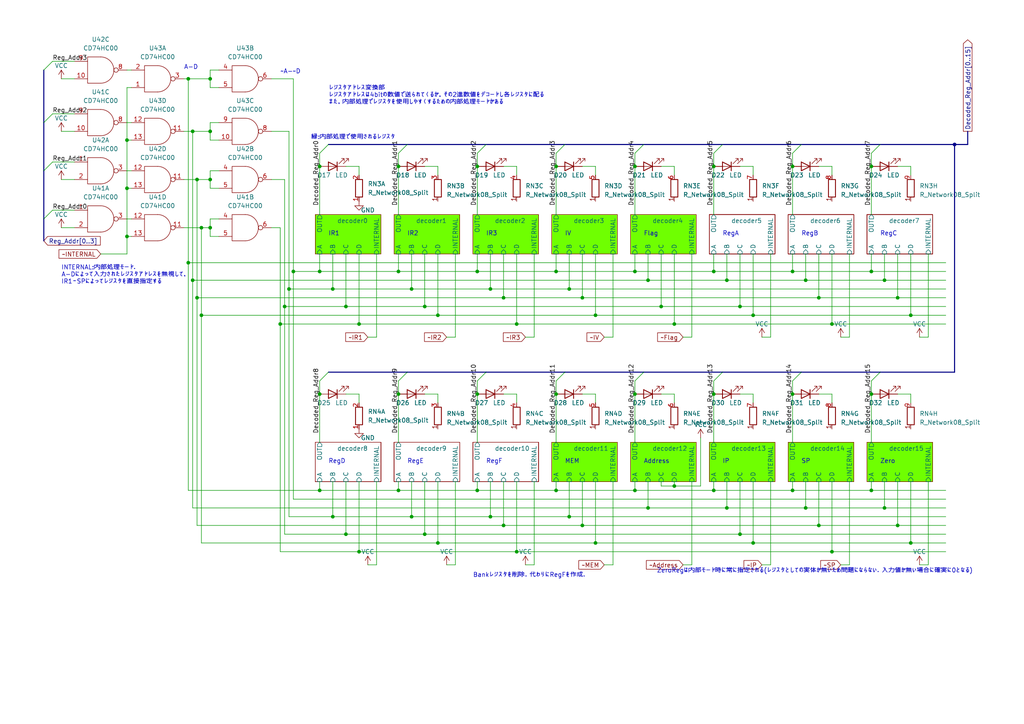
<source format=kicad_sch>
(kicad_sch (version 20211123) (generator eeschema)
  (paper "A4")
  (lib_symbols
    (symbol "CD74HCXX:CD74HC00" (pin_names (offset 0.762))
      (property "Reference" "U" (at -2.54 6.985 0))
      (property "Value" "CD74HC00" (at 1.27 5.08 0))
      (symbol "CD74HC00_0_0"
        (pin power_in line (at -2.54 2.54 0) (length 0) hide (name "VCC") (number "14"))
        (pin power_in line (at -2.54 -2.54 0) (length 0) hide (name "GND") (number "7"))
      )
      (symbol "CD74HC00_0_1"
        (arc (start 0 -3.81) (mid 3.81 0) (end 0 3.81))
        (polyline (pts (xy 0 3.81) (xy -3.81 3.81) (xy -3.81 -3.81) (xy 0 -3.81)))
      )
      (symbol "CD74HC00_0_2"
        (arc (start -4.445 -3.81) (mid -3.175 0) (end -4.445 3.81))
        (arc (start -3.175 -3.81) (mid 0.803 -2.7954) (end 3.81 0))
        (polyline (pts (xy -4.445 -3.81) (xy -3.175 -3.81)))
        (polyline (pts (xy -4.445 3.81) (xy -3.175 3.81)))
        (arc (start 3.81 0) (mid 0.8099 2.8117) (end -3.175 3.81))
      )
      (symbol "CD74HC00_1_1"
        (pin input line (at -7.62 2.54 0) (length 3.81) (name "~") (number "1"))
        (pin input line (at -7.62 -2.54 0) (length 3.81) (name "~") (number "2"))
        (pin output inverted (at 7.62 0 180) (length 3.81) (name "~") (number "3"))
      )
      (symbol "CD74HC00_1_2"
        (pin input inverted (at -7.62 2.54 0) (length 3.81) (name "~") (number "1"))
        (pin input inverted (at -7.62 -2.54 0) (length 3.81) (name "~") (number "2"))
        (pin output line (at 7.62 0 180) (length 3.81) (name "~") (number "3"))
      )
      (symbol "CD74HC00_2_1"
        (pin input line (at -7.62 2.54 0) (length 3.81) (name "~") (number "4"))
        (pin input line (at -7.62 -2.54 0) (length 3.81) (name "~") (number "5"))
        (pin output inverted (at 7.62 0 180) (length 3.81) (name "~") (number "6"))
      )
      (symbol "CD74HC00_2_2"
        (pin input inverted (at -7.62 2.54 0) (length 3.81) (name "~") (number "4"))
        (pin input inverted (at -7.62 -2.54 0) (length 3.81) (name "~") (number "5"))
        (pin output line (at 7.62 0 180) (length 3.81) (name "~") (number "6"))
      )
      (symbol "CD74HC00_3_1"
        (pin input line (at -7.62 -2.54 0) (length 3.81) (name "~") (number "10"))
        (pin output inverted (at 7.62 0 180) (length 3.81) (name "~") (number "8"))
        (pin input line (at -7.62 2.54 0) (length 3.81) (name "~") (number "9"))
      )
      (symbol "CD74HC00_3_2"
        (pin input inverted (at -7.62 -2.54 0) (length 3.81) (name "~") (number "10"))
        (pin output line (at 7.62 0 180) (length 3.81) (name "~") (number "8"))
        (pin input inverted (at -7.62 2.54 0) (length 3.81) (name "~") (number "9"))
      )
      (symbol "CD74HC00_4_1"
        (pin output inverted (at 7.62 0 180) (length 3.81) (name "~") (number "11"))
        (pin input line (at -7.62 2.54 0) (length 3.81) (name "~") (number "12"))
        (pin input line (at -7.62 -2.54 0) (length 3.81) (name "~") (number "13"))
      )
      (symbol "CD74HC00_4_2"
        (pin output line (at 7.62 0 180) (length 3.81) (name "~") (number "11"))
        (pin input inverted (at -7.62 2.54 0) (length 3.81) (name "~") (number "12"))
        (pin input inverted (at -7.62 -2.54 0) (length 3.81) (name "~") (number "13"))
      )
    )
    (symbol "Device:LED" (pin_numbers hide) (pin_names (offset 1.016) hide)
      (property "Reference" "D" (at 0 2.54 0))
      (property "Value" "LED" (at 0 -2.54 0))
      (symbol "LED_0_1"
        (polyline (pts (xy -1.27 -1.27) (xy -1.27 1.27)) (stroke (width 0.254)))
        (polyline (pts (xy -1.27 0) (xy 1.27 0)))
        (polyline (pts (xy 1.27 -1.27) (xy 1.27 1.27) (xy -1.27 0) (xy 1.27 -1.27)) (stroke (width 0.254)))
        (polyline (pts (xy -3.048 -0.762) (xy -4.572 -2.286) (xy -3.81 -2.286) (xy -4.572 -2.286) (xy -4.572 -1.524)))
        (polyline (pts (xy -1.778 -0.762) (xy -3.302 -2.286) (xy -2.54 -2.286) (xy -3.302 -2.286) (xy -3.302 -1.524)))
      )
      (symbol "LED_1_1"
        (pin passive line (at -3.81 0 0) (length 2.54) (name "K") (number "1"))
        (pin passive line (at 3.81 0 180) (length 2.54) (name "A") (number "2"))
      )
    )
    (symbol "Device:R_Network08_Split" (pin_names (offset 0) hide)
      (property "Reference" "RN" (at 2.032 0 90))
      (property "Value" "R_Network08_Split" (at 0 0 90))
      (symbol "R_Network08_Split_0_1"
        (rectangle (start 1.016 2.54) (end -1.016 -2.54) (stroke (width 0.254)))
      )
      (symbol "R_Network08_Split_1_1"
        (pin passive line (at 0 3.81 270) (length 1.27) (name "R1.1") (number "1"))
        (pin passive line (at 0 -3.81 90) (length 1.27) (name "R1.2") (number "2"))
      )
      (symbol "R_Network08_Split_2_1"
        (polyline (pts (xy 0 2.54) (xy 0 3.81)))
        (text "1" (at 0.889 3.175 900) (effects (font (size 1.27 1.27))))
        (pin passive line (at 0 -3.81 90) (length 1.27) (name "R2.2") (number "3"))
      )
      (symbol "R_Network08_Split_3_1"
        (polyline (pts (xy 0 2.54) (xy 0 3.81)))
        (text "1" (at 0.889 3.175 900) (effects (font (size 1.27 1.27))))
        (pin passive line (at 0 -3.81 90) (length 1.27) (name "R3.2") (number "4"))
      )
      (symbol "R_Network08_Split_4_1"
        (polyline (pts (xy 0 2.54) (xy 0 3.81)))
        (text "1" (at 0.889 3.175 900) (effects (font (size 1.27 1.27))))
        (pin passive line (at 0 -3.81 90) (length 1.27) (name "R4.2") (number "5"))
      )
      (symbol "R_Network08_Split_5_1"
        (polyline (pts (xy 0 2.54) (xy 0 3.81)))
        (text "1" (at 0.889 3.175 900) (effects (font (size 1.27 1.27))))
        (pin passive line (at 0 -3.81 90) (length 1.27) (name "R5.2") (number "6"))
      )
      (symbol "R_Network08_Split_6_1"
        (polyline (pts (xy 0 2.54) (xy 0 3.81)))
        (text "1" (at 0.889 3.175 900) (effects (font (size 1.27 1.27))))
        (pin passive line (at 0 -3.81 90) (length 1.27) (name "R6.2") (number "7"))
      )
      (symbol "R_Network08_Split_7_1"
        (polyline (pts (xy 0 2.54) (xy 0 3.81)))
        (text "1" (at 0.889 3.175 900) (effects (font (size 1.27 1.27))))
        (pin passive line (at 0 -3.81 90) (length 1.27) (name "R7.2") (number "8"))
      )
      (symbol "R_Network08_Split_8_1"
        (polyline (pts (xy 0 2.54) (xy 0 3.81)))
        (text "1" (at 0.889 3.175 900) (effects (font (size 1.27 1.27))))
        (pin passive line (at 0 -3.81 90) (length 1.27) (name "R8.2") (number "9"))
      )
    )
    (symbol "power:GND" (power) (pin_names (offset 0))
      (property "Value" "GND" (at 0 -3.81 0))
      (symbol "GND_0_1"
        (polyline (pts (xy 0 0) (xy 0 -1.27) (xy 1.27 -1.27) (xy 0 -2.54) (xy -1.27 -1.27) (xy 0 -1.27)))
      )
      (symbol "GND_1_1"
        (pin power_in line (at 0 0 270) (length 0) hide (name "GND") (number "1"))
      )
    )
    (symbol "power:VCC" (power) (pin_names (offset 0))
      (property "Value" "VCC" (at 0 3.81 0))
      (symbol "VCC_0_1"
        (polyline (pts (xy -0.762 1.27) (xy 0 2.54)))
        (polyline (pts (xy 0 0) (xy 0 2.54)))
        (polyline (pts (xy 0 2.54) (xy 0.762 1.27)))
      )
      (symbol "VCC_1_1"
        (pin power_in line (at 0 0 90) (length 0) hide (name "VCC") (number "1"))
      )
    )
  )
  (junction (at 57.15 52.07))
  (junction (at 233.68 147.32))
  (junction (at 146.05 152.4))
  (junction (at 127 157.48))
  (junction (at 218.44 157.48))
  (junction (at 214.63 88.9))
  (junction (at 92.71 48.26))
  (junction (at 36.83 40.64))
  (junction (at 184.15 114.3))
  (junction (at 55.88 38.1))
  (junction (at 60.96 52.07))
  (junction (at 96.52 149.86))
  (junction (at 210.82 147.32))
  (junction (at 256.54 147.32))
  (junction (at 92.71 114.3))
  (junction (at 100.33 154.94))
  (junction (at 260.35 152.4))
  (junction (at 191.77 88.9))
  (junction (at 184.15 78.74))
  (junction (at 207.01 142.24))
  (junction (at 229.87 48.26))
  (junction (at 237.49 86.36))
  (junction (at 119.38 83.82))
  (junction (at 123.19 88.9))
  (junction (at 142.24 83.82))
  (junction (at 115.57 114.3))
  (junction (at 252.73 114.3))
  (junction (at 207.01 48.26))
  (junction (at 161.29 142.24))
  (junction (at 233.68 81.28))
  (junction (at 58.42 66.04))
  (junction (at 161.29 114.3))
  (junction (at 172.72 157.48))
  (junction (at 184.15 48.26))
  (junction (at 55.88 81.28))
  (junction (at 260.35 86.36))
  (junction (at 165.1 149.86))
  (junction (at 256.54 81.28))
  (junction (at 161.29 78.74))
  (junction (at 252.73 48.26))
  (junction (at 54.61 22.86))
  (junction (at 104.14 160.02))
  (junction (at 195.58 93.98))
  (junction (at 119.38 149.86))
  (junction (at 195.58 140.97))
  (junction (at 60.96 66.04))
  (junction (at 138.43 48.26))
  (junction (at 252.73 142.24))
  (junction (at 142.24 149.86))
  (junction (at 218.44 91.44))
  (junction (at 264.16 91.44))
  (junction (at 149.86 160.02))
  (junction (at 60.96 22.86))
  (junction (at 184.15 142.24))
  (junction (at 96.52 83.82))
  (junction (at 92.71 142.24))
  (junction (at 36.83 54.61))
  (junction (at 207.01 78.74))
  (junction (at 229.87 114.3))
  (junction (at 138.43 114.3))
  (junction (at 127 91.44))
  (junction (at 210.82 81.28))
  (junction (at 92.71 78.74))
  (junction (at 123.19 154.94))
  (junction (at 100.33 88.9))
  (junction (at 187.96 81.28))
  (junction (at 83.82 83.82))
  (junction (at 172.72 91.44))
  (junction (at 252.73 78.74))
  (junction (at 264.16 157.48))
  (junction (at 146.05 86.36))
  (junction (at 229.87 78.74))
  (junction (at 138.43 78.74))
  (junction (at 165.1 83.82))
  (junction (at 168.91 152.4))
  (junction (at 115.57 142.24))
  (junction (at 60.96 38.1))
  (junction (at 161.29 48.26))
  (junction (at 115.57 48.26))
  (junction (at 241.3 93.98))
  (junction (at 81.28 93.98))
  (junction (at 138.43 142.24))
  (junction (at 214.63 154.94))
  (junction (at 207.01 114.3))
  (junction (at 36.83 68.58))
  (junction (at 276.86 41.91))
  (junction (at 58.42 91.44))
  (junction (at 149.86 93.98))
  (junction (at 187.96 147.32))
  (junction (at 85.09 78.74))
  (junction (at 168.91 86.36))
  (junction (at 54.61 76.2))
  (junction (at 104.14 93.98))
  (junction (at 57.15 86.36))
  (junction (at 237.49 152.4))
  (junction (at 241.3 160.02))
  (junction (at 82.55 88.9))
  (junction (at 229.87 142.24))
  (junction (at 115.57 78.74))
  (bus_entry (at 115.57 110.49) (size 2.54 -2.54))
  (bus_entry (at 92.71 44.45) (size 2.54 -2.54))
  (bus_entry (at 115.57 44.45) (size 2.54 -2.54))
  (bus_entry (at 229.87 44.45) (size 2.54 -2.54))
  (bus_entry (at 184.15 44.45) (size 2.54 -2.54))
  (bus_entry (at 161.29 44.45) (size 2.54 -2.54))
  (bus_entry (at 138.43 44.45) (size 2.54 -2.54))
  (bus_entry (at 207.01 44.45) (size 2.54 -2.54))
  (bus_entry (at 12.7 20.32) (size 2.54 -2.54))
  (bus_entry (at 12.7 35.56) (size 2.54 -2.54))
  (bus_entry (at 12.7 49.53) (size 2.54 -2.54))
  (bus_entry (at 12.7 63.5) (size 2.54 -2.54))
  (bus_entry (at 207.01 110.49) (size 2.54 -2.54))
  (bus_entry (at 161.29 110.49) (size 2.54 -2.54))
  (bus_entry (at 229.87 110.49) (size 2.54 -2.54))
  (bus_entry (at 252.73 44.45) (size 2.54 -2.54))
  (bus_entry (at 252.73 110.49) (size 2.54 -2.54))
  (bus_entry (at 138.43 110.49) (size 2.54 -2.54))
  (bus_entry (at 184.15 110.49) (size 2.54 -2.54))
  (bus_entry (at 92.71 110.49) (size 2.54 -2.54))
  (wire (pts (xy 54.61 76.2) (xy 274.32 76.2)))
  (wire (pts (xy 214.63 154.94) (xy 274.32 154.94)))
  (wire (pts (xy 127 139.7) (xy 127 157.48)))
  (wire (pts (xy 36.83 40.64) (xy 36.83 54.61)))
  (wire (pts (xy 233.68 73.66) (xy 233.68 81.28)))
  (wire (pts (xy 60.96 35.56) (xy 63.5 35.56)))
  (wire (pts (xy 104.14 114.3) (xy 104.14 116.84)))
  (wire (pts (xy 241.3 114.3) (xy 241.3 116.84)))
  (wire (pts (xy 168.91 114.3) (xy 172.72 114.3)))
  (wire (pts (xy 123.19 154.94) (xy 214.63 154.94)))
  (wire (pts (xy 54.61 76.2) (xy 54.61 22.86)))
  (wire (pts (xy 36.83 68.58) (xy 38.1 68.58)))
  (wire (pts (xy 195.58 73.66) (xy 195.58 93.98)))
  (bus (pts (xy 209.55 107.95) (xy 232.41 107.95)))
  (wire (pts (xy 127 157.48) (xy 172.72 157.48)))
  (wire (pts (xy 78.74 38.1) (xy 83.82 38.1)))
  (wire (pts (xy 264.16 139.7) (xy 264.16 157.48)))
  (wire (pts (xy 191.77 139.7) (xy 191.77 140.97)))
  (wire (pts (xy 165.1 149.86) (xy 274.32 149.86)))
  (wire (pts (xy 172.72 73.66) (xy 172.72 91.44)))
  (wire (pts (xy 195.58 114.3) (xy 195.58 116.84)))
  (wire (pts (xy 220.98 163.83) (xy 223.52 163.83)))
  (bus (pts (xy 209.55 41.91) (xy 232.41 41.91)))
  (wire (pts (xy 229.87 48.26) (xy 229.87 62.23)))
  (wire (pts (xy 184.15 44.45) (xy 184.15 48.26)))
  (wire (pts (xy 246.38 73.66) (xy 246.38 97.79)))
  (wire (pts (xy 269.24 139.7) (xy 269.24 163.83)))
  (wire (pts (xy 17.78 52.07) (xy 21.59 52.07)))
  (wire (pts (xy 218.44 114.3) (xy 218.44 116.84)))
  (wire (pts (xy 129.54 163.83) (xy 132.08 163.83)))
  (wire (pts (xy 184.15 78.74) (xy 207.01 78.74)))
  (wire (pts (xy 78.74 52.07) (xy 82.55 52.07)))
  (wire (pts (xy 115.57 110.49) (xy 115.57 114.3)))
  (wire (pts (xy 149.86 139.7) (xy 149.86 160.02)))
  (wire (pts (xy 233.68 81.28) (xy 256.54 81.28)))
  (wire (pts (xy 184.15 48.26) (xy 184.15 62.23)))
  (wire (pts (xy 229.87 142.24) (xy 252.73 142.24)))
  (wire (pts (xy 96.52 83.82) (xy 119.38 83.82)))
  (wire (pts (xy 207.01 78.74) (xy 229.87 78.74)))
  (wire (pts (xy 241.3 48.26) (xy 241.3 50.8)))
  (bus (pts (xy 163.83 107.95) (xy 186.69 107.95)))
  (wire (pts (xy 149.86 160.02) (xy 241.3 160.02)))
  (wire (pts (xy 115.57 48.26) (xy 115.57 62.23)))
  (wire (pts (xy 115.57 139.7) (xy 115.57 142.24)))
  (wire (pts (xy 146.05 139.7) (xy 146.05 152.4)))
  (wire (pts (xy 36.83 40.64) (xy 38.1 40.64)))
  (wire (pts (xy 55.88 147.32) (xy 187.96 147.32)))
  (wire (pts (xy 210.82 81.28) (xy 233.68 81.28)))
  (wire (pts (xy 58.42 157.48) (xy 127 157.48)))
  (wire (pts (xy 229.87 110.49) (xy 229.87 114.3)))
  (wire (pts (xy 104.14 160.02) (xy 149.86 160.02)))
  (bus (pts (xy 163.83 41.91) (xy 186.69 41.91)))
  (wire (pts (xy 146.05 114.3) (xy 149.86 114.3)))
  (wire (pts (xy 264.16 48.26) (xy 264.16 50.8)))
  (wire (pts (xy 168.91 86.36) (xy 237.49 86.36)))
  (wire (pts (xy 60.96 25.4) (xy 60.96 22.86)))
  (wire (pts (xy 187.96 147.32) (xy 210.82 147.32)))
  (wire (pts (xy 266.7 97.79) (xy 269.24 97.79)))
  (wire (pts (xy 115.57 114.3) (xy 115.57 128.27)))
  (wire (pts (xy 195.58 140.97) (xy 203.2 140.97)))
  (wire (pts (xy 214.63 88.9) (xy 274.32 88.9)))
  (bus (pts (xy 12.7 20.32) (xy 12.7 35.56)))
  (wire (pts (xy 92.71 142.24) (xy 115.57 142.24)))
  (wire (pts (xy 168.91 152.4) (xy 237.49 152.4)))
  (wire (pts (xy 36.83 68.58) (xy 36.83 73.66)))
  (wire (pts (xy 63.5 68.58) (xy 60.96 68.58)))
  (wire (pts (xy 115.57 78.74) (xy 138.43 78.74)))
  (wire (pts (xy 119.38 73.66) (xy 119.38 83.82)))
  (wire (pts (xy 252.73 142.24) (xy 274.32 142.24)))
  (bus (pts (xy 186.69 41.91) (xy 209.55 41.91)))
  (wire (pts (xy 92.71 78.74) (xy 115.57 78.74)))
  (wire (pts (xy 92.71 44.45) (xy 92.71 48.26)))
  (wire (pts (xy 119.38 83.82) (xy 142.24 83.82)))
  (wire (pts (xy 17.78 38.1) (xy 21.59 38.1)))
  (wire (pts (xy 229.87 139.7) (xy 229.87 142.24)))
  (wire (pts (xy 109.22 73.66) (xy 109.22 97.79)))
  (wire (pts (xy 237.49 86.36) (xy 260.35 86.36)))
  (wire (pts (xy 175.26 163.83) (xy 177.8 163.83)))
  (wire (pts (xy 92.71 48.26) (xy 92.71 62.23)))
  (wire (pts (xy 100.33 139.7) (xy 100.33 154.94)))
  (wire (pts (xy 129.54 97.79) (xy 132.08 97.79)))
  (wire (pts (xy 38.1 25.4) (xy 36.83 25.4)))
  (wire (pts (xy 168.91 48.26) (xy 172.72 48.26)))
  (wire (pts (xy 252.73 110.49) (xy 252.73 114.3)))
  (wire (pts (xy 115.57 44.45) (xy 115.57 48.26)))
  (wire (pts (xy 29.21 73.66) (xy 36.83 73.66)))
  (wire (pts (xy 149.86 114.3) (xy 149.86 116.84)))
  (wire (pts (xy 138.43 73.66) (xy 138.43 78.74)))
  (wire (pts (xy 92.71 110.49) (xy 92.71 114.3)))
  (wire (pts (xy 104.14 73.66) (xy 104.14 93.98)))
  (wire (pts (xy 17.78 66.04) (xy 21.59 66.04)))
  (bus (pts (xy 95.25 107.95) (xy 118.11 107.95)))
  (wire (pts (xy 177.8 139.7) (xy 177.8 163.83)))
  (wire (pts (xy 243.84 163.83) (xy 246.38 163.83)))
  (wire (pts (xy 187.96 73.66) (xy 187.96 81.28)))
  (wire (pts (xy 81.28 93.98) (xy 81.28 160.02)))
  (wire (pts (xy 132.08 139.7) (xy 132.08 163.83)))
  (wire (pts (xy 15.24 17.78) (xy 21.59 17.78)))
  (wire (pts (xy 252.73 44.45) (xy 252.73 48.26)))
  (wire (pts (xy 54.61 142.24) (xy 92.71 142.24)))
  (wire (pts (xy 237.49 139.7) (xy 237.49 152.4)))
  (wire (pts (xy 57.15 52.07) (xy 60.96 52.07)))
  (wire (pts (xy 165.1 73.66) (xy 165.1 83.82)))
  (wire (pts (xy 214.63 73.66) (xy 214.63 88.9)))
  (wire (pts (xy 85.09 144.78) (xy 274.32 144.78)))
  (wire (pts (xy 210.82 139.7) (xy 210.82 147.32)))
  (wire (pts (xy 138.43 44.45) (xy 138.43 48.26)))
  (bus (pts (xy 12.7 49.53) (xy 12.7 63.5)))
  (wire (pts (xy 96.52 149.86) (xy 119.38 149.86)))
  (wire (pts (xy 104.14 139.7) (xy 104.14 160.02)))
  (wire (pts (xy 57.15 152.4) (xy 146.05 152.4)))
  (bus (pts (xy 255.27 41.91) (xy 276.86 41.91)))
  (wire (pts (xy 78.74 22.86) (xy 85.09 22.86)))
  (wire (pts (xy 119.38 139.7) (xy 119.38 149.86)))
  (wire (pts (xy 187.96 139.7) (xy 187.96 147.32)))
  (wire (pts (xy 214.63 139.7) (xy 214.63 154.94)))
  (wire (pts (xy 264.16 73.66) (xy 264.16 91.44)))
  (wire (pts (xy 172.72 139.7) (xy 172.72 157.48)))
  (wire (pts (xy 218.44 157.48) (xy 264.16 157.48)))
  (bus (pts (xy 232.41 107.95) (xy 255.27 107.95)))
  (wire (pts (xy 115.57 142.24) (xy 138.43 142.24)))
  (wire (pts (xy 96.52 73.66) (xy 96.52 83.82)))
  (wire (pts (xy 252.73 48.26) (xy 252.73 62.23)))
  (wire (pts (xy 241.3 139.7) (xy 241.3 160.02)))
  (wire (pts (xy 191.77 48.26) (xy 195.58 48.26)))
  (bus (pts (xy 140.97 41.91) (xy 163.83 41.91)))
  (wire (pts (xy 175.26 97.79) (xy 177.8 97.79)))
  (wire (pts (xy 54.61 142.24) (xy 54.61 76.2)))
  (wire (pts (xy 195.58 48.26) (xy 195.58 50.8)))
  (wire (pts (xy 146.05 152.4) (xy 168.91 152.4)))
  (wire (pts (xy 60.96 63.5) (xy 63.5 63.5)))
  (wire (pts (xy 229.87 73.66) (xy 229.87 78.74)))
  (wire (pts (xy 154.94 139.7) (xy 154.94 163.83)))
  (wire (pts (xy 207.01 142.24) (xy 229.87 142.24)))
  (wire (pts (xy 218.44 91.44) (xy 264.16 91.44)))
  (wire (pts (xy 82.55 88.9) (xy 100.33 88.9)))
  (bus (pts (xy 280.67 38.1) (xy 280.67 41.91)))
  (wire (pts (xy 218.44 73.66) (xy 218.44 91.44)))
  (wire (pts (xy 142.24 149.86) (xy 165.1 149.86)))
  (wire (pts (xy 269.24 73.66) (xy 269.24 97.79)))
  (wire (pts (xy 142.24 73.66) (xy 142.24 83.82)))
  (wire (pts (xy 60.96 49.53) (xy 63.5 49.53)))
  (wire (pts (xy 104.14 48.26) (xy 104.14 50.8)))
  (wire (pts (xy 138.43 110.49) (xy 138.43 114.3)))
  (wire (pts (xy 119.38 149.86) (xy 142.24 149.86)))
  (wire (pts (xy 57.15 86.36) (xy 146.05 86.36)))
  (wire (pts (xy 233.68 139.7) (xy 233.68 147.32)))
  (bus (pts (xy 276.86 41.91) (xy 276.86 107.95)))
  (wire (pts (xy 53.34 52.07) (xy 57.15 52.07)))
  (wire (pts (xy 229.87 78.74) (xy 252.73 78.74)))
  (wire (pts (xy 256.54 147.32) (xy 274.32 147.32)))
  (wire (pts (xy 138.43 78.74) (xy 161.29 78.74)))
  (wire (pts (xy 177.8 73.66) (xy 177.8 97.79)))
  (wire (pts (xy 55.88 81.28) (xy 187.96 81.28)))
  (bus (pts (xy 140.97 107.95) (xy 163.83 107.95)))
  (wire (pts (xy 214.63 114.3) (xy 218.44 114.3)))
  (wire (pts (xy 83.82 38.1) (xy 83.82 83.82)))
  (wire (pts (xy 207.01 44.45) (xy 207.01 48.26)))
  (wire (pts (xy 55.88 38.1) (xy 60.96 38.1)))
  (wire (pts (xy 161.29 73.66) (xy 161.29 78.74)))
  (wire (pts (xy 123.19 139.7) (xy 123.19 154.94)))
  (wire (pts (xy 256.54 73.66) (xy 256.54 81.28)))
  (bus (pts (xy 276.86 41.91) (xy 280.67 41.91)))
  (wire (pts (xy 210.82 147.32) (xy 233.68 147.32)))
  (wire (pts (xy 252.73 139.7) (xy 252.73 142.24)))
  (wire (pts (xy 172.72 157.48) (xy 218.44 157.48)))
  (wire (pts (xy 36.83 54.61) (xy 36.83 68.58)))
  (wire (pts (xy 252.73 73.66) (xy 252.73 78.74)))
  (wire (pts (xy 100.33 88.9) (xy 123.19 88.9)))
  (wire (pts (xy 63.5 25.4) (xy 60.96 25.4)))
  (wire (pts (xy 146.05 73.66) (xy 146.05 86.36)))
  (wire (pts (xy 15.24 33.02) (xy 21.59 33.02)))
  (wire (pts (xy 146.05 86.36) (xy 168.91 86.36)))
  (wire (pts (xy 53.34 22.86) (xy 54.61 22.86)))
  (wire (pts (xy 237.49 152.4) (xy 260.35 152.4)))
  (wire (pts (xy 237.49 48.26) (xy 241.3 48.26)))
  (bus (pts (xy 118.11 107.95) (xy 140.97 107.95)))
  (wire (pts (xy 218.44 48.26) (xy 218.44 50.8)))
  (wire (pts (xy 207.01 110.49) (xy 207.01 114.3)))
  (wire (pts (xy 96.52 139.7) (xy 96.52 149.86)))
  (wire (pts (xy 237.49 73.66) (xy 237.49 86.36)))
  (bus (pts (xy 12.7 63.5) (xy 12.7 69.85)))
  (wire (pts (xy 83.82 83.82) (xy 96.52 83.82)))
  (wire (pts (xy 138.43 139.7) (xy 138.43 142.24)))
  (wire (pts (xy 92.71 114.3) (xy 92.71 128.27)))
  (wire (pts (xy 63.5 40.64) (xy 60.96 40.64)))
  (wire (pts (xy 36.83 63.5) (xy 38.1 63.5)))
  (wire (pts (xy 161.29 114.3) (xy 161.29 128.27)))
  (wire (pts (xy 83.82 83.82) (xy 83.82 149.86)))
  (wire (pts (xy 36.83 49.53) (xy 38.1 49.53)))
  (wire (pts (xy 256.54 139.7) (xy 256.54 147.32)))
  (wire (pts (xy 81.28 66.04) (xy 81.28 93.98)))
  (wire (pts (xy 106.68 163.83) (xy 109.22 163.83)))
  (wire (pts (xy 100.33 48.26) (xy 104.14 48.26)))
  (wire (pts (xy 223.52 73.66) (xy 223.52 97.79)))
  (wire (pts (xy 53.34 38.1) (xy 55.88 38.1)))
  (wire (pts (xy 149.86 93.98) (xy 195.58 93.98)))
  (wire (pts (xy 229.87 114.3) (xy 229.87 128.27)))
  (wire (pts (xy 246.38 139.7) (xy 246.38 163.83)))
  (wire (pts (xy 127 73.66) (xy 127 91.44)))
  (wire (pts (xy 161.29 44.45) (xy 161.29 48.26)))
  (wire (pts (xy 142.24 139.7) (xy 142.24 149.86)))
  (wire (pts (xy 165.1 83.82) (xy 274.32 83.82)))
  (wire (pts (xy 260.35 139.7) (xy 260.35 152.4)))
  (wire (pts (xy 172.72 114.3) (xy 172.72 116.84)))
  (wire (pts (xy 15.24 60.96) (xy 21.59 60.96)))
  (bus (pts (xy 186.69 107.95) (xy 209.55 107.95)))
  (wire (pts (xy 115.57 73.66) (xy 115.57 78.74)))
  (wire (pts (xy 100.33 73.66) (xy 100.33 88.9)))
  (wire (pts (xy 60.96 52.07) (xy 60.96 49.53)))
  (wire (pts (xy 81.28 93.98) (xy 104.14 93.98)))
  (wire (pts (xy 252.73 114.3) (xy 252.73 128.27)))
  (wire (pts (xy 60.96 22.86) (xy 60.96 20.32)))
  (wire (pts (xy 256.54 81.28) (xy 274.32 81.28)))
  (wire (pts (xy 82.55 52.07) (xy 82.55 88.9)))
  (wire (pts (xy 138.43 114.3) (xy 138.43 128.27)))
  (wire (pts (xy 15.24 46.99) (xy 21.59 46.99)))
  (wire (pts (xy 60.96 68.58) (xy 60.96 66.04)))
  (wire (pts (xy 241.3 73.66) (xy 241.3 93.98)))
  (wire (pts (xy 58.42 91.44) (xy 127 91.44)))
  (wire (pts (xy 191.77 88.9) (xy 214.63 88.9)))
  (wire (pts (xy 138.43 142.24) (xy 161.29 142.24)))
  (wire (pts (xy 60.96 20.32) (xy 63.5 20.32)))
  (wire (pts (xy 184.15 110.49) (xy 184.15 114.3)))
  (wire (pts (xy 82.55 154.94) (xy 100.33 154.94)))
  (wire (pts (xy 92.71 139.7) (xy 92.71 142.24)))
  (wire (pts (xy 152.4 163.83) (xy 154.94 163.83)))
  (wire (pts (xy 57.15 86.36) (xy 57.15 52.07)))
  (wire (pts (xy 53.34 66.04) (xy 58.42 66.04)))
  (wire (pts (xy 36.83 35.56) (xy 38.1 35.56)))
  (wire (pts (xy 161.29 48.26) (xy 161.29 62.23)))
  (wire (pts (xy 191.77 140.97) (xy 195.58 140.97)))
  (wire (pts (xy 82.55 88.9) (xy 82.55 154.94)))
  (wire (pts (xy 198.12 97.79) (xy 200.66 97.79)))
  (wire (pts (xy 237.49 114.3) (xy 241.3 114.3)))
  (wire (pts (xy 264.16 157.48) (xy 274.32 157.48)))
  (wire (pts (xy 207.01 139.7) (xy 207.01 142.24)))
  (wire (pts (xy 161.29 142.24) (xy 184.15 142.24)))
  (wire (pts (xy 191.77 73.66) (xy 191.77 88.9)))
  (wire (pts (xy 260.35 73.66) (xy 260.35 86.36)))
  (wire (pts (xy 85.09 78.74) (xy 85.09 144.78)))
  (wire (pts (xy 54.61 22.86) (xy 60.96 22.86)))
  (wire (pts (xy 195.58 93.98) (xy 241.3 93.98)))
  (bus (pts (xy 95.25 41.91) (xy 118.11 41.91)))
  (wire (pts (xy 195.58 139.7) (xy 195.58 140.97)))
  (wire (pts (xy 132.08 73.66) (xy 132.08 97.79)))
  (bus (pts (xy 118.11 41.91) (xy 140.97 41.91)))
  (wire (pts (xy 149.86 48.26) (xy 149.86 50.8)))
  (wire (pts (xy 218.44 139.7) (xy 218.44 157.48)))
  (wire (pts (xy 127 91.44) (xy 172.72 91.44)))
  (wire (pts (xy 168.91 139.7) (xy 168.91 152.4)))
  (wire (pts (xy 55.88 81.28) (xy 55.88 38.1)))
  (wire (pts (xy 78.74 66.04) (xy 81.28 66.04)))
  (wire (pts (xy 83.82 149.86) (xy 96.52 149.86)))
  (wire (pts (xy 123.19 73.66) (xy 123.19 88.9)))
  (wire (pts (xy 243.84 97.79) (xy 246.38 97.79)))
  (wire (pts (xy 100.33 114.3) (xy 104.14 114.3)))
  (wire (pts (xy 161.29 139.7) (xy 161.29 142.24)))
  (wire (pts (xy 36.83 25.4) (xy 36.83 40.64)))
  (wire (pts (xy 17.78 22.86) (xy 21.59 22.86)))
  (wire (pts (xy 184.15 114.3) (xy 184.15 128.27)))
  (wire (pts (xy 123.19 48.26) (xy 127 48.26)))
  (wire (pts (xy 149.86 73.66) (xy 149.86 93.98)))
  (wire (pts (xy 104.14 93.98) (xy 149.86 93.98)))
  (wire (pts (xy 161.29 78.74) (xy 184.15 78.74)))
  (wire (pts (xy 60.96 38.1) (xy 60.96 35.56)))
  (wire (pts (xy 260.35 48.26) (xy 264.16 48.26)))
  (wire (pts (xy 207.01 114.3) (xy 207.01 128.27)))
  (wire (pts (xy 60.96 54.61) (xy 60.96 52.07)))
  (wire (pts (xy 57.15 152.4) (xy 57.15 86.36)))
  (wire (pts (xy 81.28 160.02) (xy 104.14 160.02)))
  (wire (pts (xy 58.42 66.04) (xy 60.96 66.04)))
  (wire (pts (xy 210.82 73.66) (xy 210.82 81.28)))
  (wire (pts (xy 154.94 73.66) (xy 154.94 97.79)))
  (wire (pts (xy 264.16 114.3) (xy 264.16 116.84)))
  (wire (pts (xy 260.35 152.4) (xy 274.32 152.4)))
  (wire (pts (xy 85.09 78.74) (xy 92.71 78.74)))
  (wire (pts (xy 223.52 139.7) (xy 223.52 163.83)))
  (wire (pts (xy 184.15 139.7) (xy 184.15 142.24)))
  (wire (pts (xy 260.35 86.36) (xy 274.32 86.36)))
  (wire (pts (xy 172.72 91.44) (xy 218.44 91.44)))
  (wire (pts (xy 184.15 73.66) (xy 184.15 78.74)))
  (wire (pts (xy 207.01 73.66) (xy 207.01 78.74)))
  (wire (pts (xy 85.09 22.86) (xy 85.09 78.74)))
  (wire (pts (xy 138.43 48.26) (xy 138.43 62.23)))
  (wire (pts (xy 100.33 154.94) (xy 123.19 154.94)))
  (wire (pts (xy 198.12 163.83) (xy 200.66 163.83)))
  (wire (pts (xy 152.4 97.79) (xy 154.94 97.79)))
  (wire (pts (xy 58.42 66.04) (xy 58.42 91.44)))
  (wire (pts (xy 127 114.3) (xy 127 116.84)))
  (wire (pts (xy 161.29 110.49) (xy 161.29 114.3)))
  (wire (pts (xy 60.96 66.04) (xy 60.96 63.5)))
  (wire (pts (xy 266.7 163.83) (xy 269.24 163.83)))
  (wire (pts (xy 106.68 97.79) (xy 109.22 97.79)))
  (wire (pts (xy 58.42 157.48) (xy 58.42 91.44)))
  (wire (pts (xy 36.83 54.61) (xy 38.1 54.61)))
  (wire (pts (xy 229.87 44.45) (xy 229.87 48.26)))
  (bus (pts (xy 255.27 107.95) (xy 276.86 107.95)))
  (bus (pts (xy 232.41 41.91) (xy 255.27 41.91)))
  (wire (pts (xy 203.2 127) (xy 203.2 140.97)))
  (wire (pts (xy 109.22 139.7) (xy 109.22 163.83)))
  (wire (pts (xy 172.72 48.26) (xy 172.72 50.8)))
  (wire (pts (xy 252.73 78.74) (xy 274.32 78.74)))
  (wire (pts (xy 92.71 73.66) (xy 92.71 78.74)))
  (wire (pts (xy 241.3 160.02) (xy 274.32 160.02)))
  (wire (pts (xy 127 48.26) (xy 127 50.8)))
  (wire (pts (xy 123.19 88.9) (xy 191.77 88.9)))
  (wire (pts (xy 184.15 142.24) (xy 207.01 142.24)))
  (wire (pts (xy 233.68 147.32) (xy 256.54 147.32)))
  (wire (pts (xy 264.16 91.44) (xy 274.32 91.44)))
  (wire (pts (xy 60.96 40.64) (xy 60.96 38.1)))
  (bus (pts (xy 12.7 35.56) (xy 12.7 49.53)))
  (wire (pts (xy 214.63 48.26) (xy 218.44 48.26)))
  (wire (pts (xy 165.1 139.7) (xy 165.1 149.86)))
  (wire (pts (xy 55.88 147.32) (xy 55.88 81.28)))
  (wire (pts (xy 241.3 93.98) (xy 274.32 93.98)))
  (wire (pts (xy 200.66 139.7) (xy 200.66 163.83)))
  (wire (pts (xy 142.24 83.82) (xy 165.1 83.82)))
  (wire (pts (xy 123.19 114.3) (xy 127 114.3)))
  (wire (pts (xy 146.05 48.26) (xy 149.86 48.26)))
  (wire (pts (xy 200.66 73.66) (xy 200.66 97.79)))
  (wire (pts (xy 260.35 114.3) (xy 264.16 114.3)))
  (wire (pts (xy 207.01 48.26) (xy 207.01 62.23)))
  (wire (pts (xy 63.5 54.61) (xy 60.96 54.61)))
  (wire (pts (xy 191.77 114.3) (xy 195.58 114.3)))
  (wire (pts (xy 187.96 81.28) (xy 210.82 81.28)))
  (wire (pts (xy 36.83 20.32) (xy 38.1 20.32)))
  (wire (pts (xy 168.91 73.66) (xy 168.91 86.36)))
  (wire (pts (xy 220.98 97.79) (xy 223.52 97.79)))
  (text "Zero" (at 255.27 134.62 0) (effects (font (size 1.27 1.27)) (justify left bottom)))
  (text "~A-~D" (at 81.28 21.59 0) (effects (font (size 1.27 1.27)) (justify left bottom)))
  (text "IR2" (at 118.11 68.58 0) (effects (font (size 1.27 1.27)) (justify left bottom)))
  (text "MEM" (at 163.83 134.62 0) (effects (font (size 1.27 1.27)) (justify left bottom)))
  (text "レジスタアドレス変換部\nレジスタアドレスは4bitの数値で送られてくるが，その2進数値をデコードし各レジスタに配る\nまた，内部処理でレジスタを使用しやすくするための内部処理モードがある" (at 95.25 30.48 0) (effects (font (size 1.27 1.27)) (justify left bottom)))
  (text "IR1" (at 95.25 68.58 0) (effects (font (size 1.27 1.27)) (justify left bottom)))
  (text "INTERNAL:内部処理モード．\nA-Dによって入力されたレジスタアドレスを無視して，\nIR1～SPによってレジスタを直接指定する" (at 17.78 82.55 0) (effects (font (size 1.27 1.27)) (justify left bottom)))
  (text "RegE" (at 118.11 134.62 0) (effects (font (size 1.27 1.27)) (justify left bottom)))
  (text "RegF" (at 140.97 134.62 0) (effects (font (size 1.27 1.27)) (justify left bottom)))
  (text "Address" (at 186.69 134.62 0) (effects (font (size 1.27 1.27)) (justify left bottom)))
  (text "緑:内部処理で使用されるレジスタ" (at 90.17 40.64 0) (effects (font (size 1.27 1.27)) (justify left bottom)))
  (text "A-D" (at 53.34 20.32 0) (effects (font (size 1.27 1.27)) (justify left bottom)))
  (text "RegA" (at 209.55 68.58 0) (effects (font (size 1.27 1.27)) (justify left bottom)))
  (text "ZeroRegは内部モード時に常に指定される(レジスタとしての実体が無いため問題にならない．入力値が無い場合に確実に0となる)" (at 190.5 166.37 0) (effects (font (size 1.27 1.27)) (justify left bottom)))
  (text "Bankレジスタを削除．代わりにRegFを作成．" (at 137.16 167.64 0) (effects (font (size 1.27 1.27)) (justify left bottom)))
  (text "Flag" (at 186.69 68.58 0) (effects (font (size 1.27 1.27)) (justify left bottom)))
  (text "RegD" (at 95.25 134.62 0) (effects (font (size 1.27 1.27)) (justify left bottom)))
  (text "RegC" (at 255.27 68.58 0) (effects (font (size 1.27 1.27)) (justify left bottom)))
  (text "IV" (at 163.83 68.58 0) (effects (font (size 1.27 1.27)) (justify left bottom)))
  (text "IR3" (at 140.97 68.58 0) (effects (font (size 1.27 1.27)) (justify left bottom)))
  (text "RegB" (at 232.41 68.58 0) (effects (font (size 1.27 1.27)) (justify left bottom)))
  (text "IP" (at 209.55 134.62 0) (effects (font (size 1.27 1.27)) (justify left bottom)))
  (text "SP" (at 232.41 134.62 0) (effects (font (size 1.27 1.27)) (justify left bottom)))
  (label "Decoded_Reg_Addr0" (at 92.71 59.69 90))
  (label "Decoded_Reg_Addr6" (at 229.87 59.69 90))
  (label "Decoded_Reg_Addr13" (at 207.01 125.73 90))
  (label "Decoded_Reg_Addr10" (at 138.43 125.73 90))
  (label "Decoded_Reg_Addr12" (at 184.15 125.73 90))
  (label "Decoded_Reg_Addr7" (at 252.73 59.69 90))
  (label "Decoded_Reg_Addr8" (at 92.71 125.73 90))
  (label "Decoded_Reg_Addr4" (at 184.15 59.69 90))
  (label "Reg_Addr3" (at 15.24 17.78 0))
  (label "Decoded_Reg_Addr14" (at 229.87 125.73 90))
  (label "Reg_Addr2" (at 15.24 33.02 0))
  (label "Decoded_Reg_Addr2" (at 138.43 59.69 90))
  (label "Decoded_Reg_Addr9" (at 115.57 125.73 90))
  (label "Decoded_Reg_Addr1" (at 115.57 59.69 90))
  (label "Decoded_Reg_Addr11" (at 161.29 125.73 90))
  (label "Decoded_Reg_Addr5" (at 207.01 59.69 90))
  (label "Reg_Addr1" (at 15.24 46.99 0))
  (label "Decoded_Reg_Addr15" (at 252.73 125.73 90))
  (label "Reg_Addr0" (at 15.24 60.96 0))
  (label "Decoded_Reg_Addr3" (at 161.29 59.69 90))
  (global_label "~INTERNAL" (shape input) (at 29.21 73.66 180) (property "Intersheet References" "${INTERSHEET_REFS}" (effects hide)))
  (global_label "~SP" (shape input) (at 243.84 163.83 180) (property "Intersheet References" "${INTERSHEET_REFS}" (effects hide)))
  (global_label "~IV" (shape input) (at 175.26 97.79 180) (property "Intersheet References" "${INTERSHEET_REFS}" (effects hide)))
  (global_label "Reg_Addr[0..3]" (shape input) (at 12.7 69.85 0) (property "Intersheet References" "${INTERSHEET_REFS}" (effects hide)))
  (global_label "~IR2" (shape input) (at 129.54 97.79 180) (property "Intersheet References" "${INTERSHEET_REFS}" (effects hide)))
  (global_label "Decoded_Reg_Addr[0..15]" (shape output) (at 280.67 38.1 90) (property "Intersheet References" "${INTERSHEET_REFS}" (effects hide)))
  (global_label "~Flag" (shape input) (at 198.12 97.79 180) (property "Intersheet References" "${INTERSHEET_REFS}" (effects hide)))
  (global_label "~Address" (shape input) (at 198.12 163.83 180) (property "Intersheet References" "${INTERSHEET_REFS}" (effects hide)))
  (global_label "~IP" (shape input) (at 220.98 163.83 180) (property "Intersheet References" "${INTERSHEET_REFS}" (effects hide)))
  (global_label "~MEM" (shape input) (at 175.26 163.83 180) (property "Intersheet References" "${INTERSHEET_REFS}" (effects hide)))
  (global_label "~IR1" (shape input) (at 106.68 97.79 180) (property "Intersheet References" "${INTERSHEET_REFS}" (effects hide)))
  (global_label "~IR3" (shape input) (at 152.4 97.79 180) (property "Intersheet References" "${INTERSHEET_REFS}" (effects hide)))
  (symbol (lib_id "Device:LED") (at 210.82 114.3 180) (unit 1)
    (property "Reference" "D30" (at 208.28 116.84 0))
    (property "Value" "LED" (at 213.36 116.84 0))
    (property "Footprint" "LED_THT:LED_D3.0mm" (effects hide))
  )
  (symbol (lib_id "power:VCC") (at 129.54 163.83 0) (unit 1)
    (property "Reference" "#PWR011" (effects hide))
    (property "Value" "VCC" (at 129.54 160.02 0))
  )
  (symbol (lib_id "power:VCC") (at 17.78 38.1 0) (unit 1)
    (property "Reference" "#PWR028" (effects hide))
    (property "Value" "VCC" (at 17.78 34.29 0))
  )
  (symbol (lib_id "power:GND") (at 104.14 58.42 0) (unit 1)
    (property "Reference" "#PWR05" (effects hide))
    (property "Value" "GND" (at 106.68 60.96 0))
  )
  (symbol (lib_id "Device:LED") (at 96.52 48.26 180) (unit 1)
    (property "Reference" "D17" (at 93.98 50.8 0))
    (property "Value" "LED" (at 99.06 50.8 0))
    (property "Footprint" "LED_THT:LED_D3.0mm" (effects hide))
  )
  (symbol (lib_id "Device:LED") (at 119.38 48.26 180) (unit 1)
    (property "Reference" "D18" (at 116.84 50.8 0))
    (property "Value" "LED" (at 121.92 50.8 0))
    (property "Footprint" "LED_THT:LED_D3.0mm" (effects hide))
  )
  (symbol (lib_id "Device:LED") (at 119.38 114.3 180) (unit 1)
    (property "Reference" "D26" (at 116.84 116.84 0))
    (property "Value" "LED" (at 121.92 116.84 0))
    (property "Footprint" "LED_THT:LED_D3.0mm" (effects hide))
  )
  (symbol (lib_id "Device:LED") (at 96.52 114.3 180) (unit 1)
    (property "Reference" "D25" (at 93.98 116.84 0))
    (property "Value" "LED" (at 99.06 116.84 0))
    (property "Footprint" "LED_THT:LED_D3.0mm" (effects hide))
  )
  (symbol (lib_id "Device:LED") (at 256.54 48.26 180) (unit 1)
    (property "Reference" "D24" (at 254 50.8 0))
    (property "Value" "LED" (at 259.08 50.8 0))
    (property "Footprint" "LED_THT:LED_D3.0mm" (effects hide))
  )
  (symbol (lib_id "Device:R_Network08_Split") (at 149.86 120.65 180) (unit 3)
    (property "Reference" "RN4" (at 152.4 119.976 0) (effects (justify right)))
    (property "Value" "R_Network08_Split" (at 152.4 122.516 0) (effects (justify right)))
    (property "Footprint" "Resistor_THT:R_Array_SIP9" (effects hide))
    (property "Datasheet" "http://www.vishay.com/docs/31509/csc.pdf" (effects hide))
  )
  (symbol (lib_id "Device:R_Network08_Split") (at 195.58 120.65 180) (unit 5)
    (property "Reference" "RN4" (at 198.12 119.976 0) (effects (justify right)))
    (property "Value" "R_Network08_Split" (at 198.12 122.516 0) (effects (justify right)))
    (property "Footprint" "Resistor_THT:R_Array_SIP9" (effects hide))
    (property "Datasheet" "http://www.vishay.com/docs/31509/csc.pdf" (effects hide))
  )
  (symbol (lib_id "Device:LED") (at 187.96 48.26 180) (unit 1)
    (property "Reference" "D21" (at 185.42 50.8 0))
    (property "Value" "LED" (at 190.5 50.8 0))
    (property "Footprint" "LED_THT:LED_D3.0mm" (effects hide))
  )
  (symbol (lib_id "Device:R_Network08_Split") (at 264.16 120.65 180) (unit 8)
    (property "Reference" "RN4" (at 266.7 119.976 0) (effects (justify right)))
    (property "Value" "R_Network08_Split" (at 266.7 122.516 0) (effects (justify right)))
    (property "Footprint" "Resistor_THT:R_Array_SIP9" (effects hide))
    (property "Datasheet" "http://www.vishay.com/docs/31509/csc.pdf" (effects hide))
  )
  (symbol (lib_id "CD74HCXX:CD74HC00") (at 29.21 35.56 0) (unit 3)
    (property "Reference" "U41" (at 29.21 26.67 0))
    (property "Value" "CD74HC00" (at 29.21 29.21 0))
    (property "Footprint" "Package_DIP:DIP-14_W7.62mm" (effects hide))
  )
  (symbol (lib_id "Device:LED") (at 233.68 48.26 180) (unit 1)
    (property "Reference" "D23" (at 231.14 50.8 0))
    (property "Value" "LED" (at 236.22 50.8 0))
    (property "Footprint" "LED_THT:LED_D3.0mm" (effects hide))
  )
  (symbol (lib_id "CD74HCXX:CD74HC00") (at 29.21 49.53 0) (unit 1)
    (property "Reference" "U42" (at 29.21 40.64 0))
    (property "Value" "CD74HC00" (at 29.21 43.18 0))
    (property "Footprint" "Package_DIP:DIP-14_W7.62mm" (effects hide))
  )
  (symbol (lib_id "Device:LED") (at 187.96 114.3 180) (unit 1)
    (property "Reference" "D29" (at 185.42 116.84 0))
    (property "Value" "LED" (at 190.5 116.84 0))
    (property "Footprint" "LED_THT:LED_D3.0mm" (effects hide))
  )
  (symbol (lib_id "CD74HCXX:CD74HC00") (at 45.72 52.07 0) (unit 4)
    (property "Reference" "U42" (at 45.72 43.18 0))
    (property "Value" "CD74HC00" (at 45.72 45.72 0))
    (property "Footprint" "Package_DIP:DIP-14_W7.62mm" (effects hide))
  )
  (symbol (lib_id "Device:R_Network08_Split") (at 127 54.61 180) (unit 2)
    (property "Reference" "RN3" (at 129.54 53.936 0) (effects (justify right)))
    (property "Value" "R_Network08_Split" (at 129.54 56.476 0) (effects (justify right)))
    (property "Footprint" "Resistor_THT:R_Array_SIP9" (effects hide))
    (property "Datasheet" "http://www.vishay.com/docs/31509/csc.pdf" (effects hide))
  )
  (symbol (lib_id "Device:LED") (at 233.68 114.3 180) (unit 1)
    (property "Reference" "D31" (at 231.14 116.84 0))
    (property "Value" "LED" (at 236.22 116.84 0))
    (property "Footprint" "LED_THT:LED_D3.0mm" (effects hide))
  )
  (symbol (lib_id "Device:LED") (at 165.1 48.26 180) (unit 1)
    (property "Reference" "D20" (at 162.56 50.8 0))
    (property "Value" "LED" (at 167.64 50.8 0))
    (property "Footprint" "LED_THT:LED_D3.0mm" (effects hide))
  )
  (symbol (lib_id "power:VCC") (at 17.78 52.07 0) (unit 1)
    (property "Reference" "#PWR029" (effects hide))
    (property "Value" "VCC" (at 17.78 48.26 0))
  )
  (symbol (lib_id "power:VCC") (at 266.7 97.79 0) (unit 1)
    (property "Reference" "#PWR016" (effects hide))
    (property "Value" "VCC" (at 266.7 93.98 0))
  )
  (symbol (lib_id "power:VCC") (at 17.78 66.04 0) (unit 1)
    (property "Reference" "#PWR030" (effects hide))
    (property "Value" "VCC" (at 17.78 62.23 0))
  )
  (symbol (lib_id "CD74HCXX:CD74HC00") (at 29.21 20.32 0) (unit 3)
    (property "Reference" "U42" (at 29.21 11.43 0))
    (property "Value" "CD74HC00" (at 29.21 13.97 0))
    (property "Footprint" "Package_DIP:DIP-14_W7.62mm" (effects hide))
  )
  (symbol (lib_id "power:VCC") (at 106.68 163.83 0) (unit 1)
    (property "Reference" "#PWR010" (effects hide))
    (property "Value" "VCC" (at 106.68 160.02 0))
  )
  (symbol (lib_id "CD74HCXX:CD74HC00") (at 71.12 52.07 0) (unit 2)
    (property "Reference" "U42" (at 71.12 43.18 0))
    (property "Value" "CD74HC00" (at 71.12 45.72 0))
    (property "Footprint" "Package_DIP:DIP-14_W7.62mm" (effects hide))
  )
  (symbol (lib_id "CD74HCXX:CD74HC00") (at 45.72 22.86 0) (mirror x) (unit 1)
    (property "Reference" "U43" (at 45.72 13.97 0))
    (property "Value" "CD74HC00" (at 45.72 16.51 0))
    (property "Footprint" "Package_DIP:DIP-14_W7.62mm" (effects hide))
  )
  (symbol (lib_id "power:VCC") (at 220.98 97.79 0) (unit 1)
    (property "Reference" "#PWR014" (effects hide))
    (property "Value" "VCC" (at 220.98 93.98 0))
  )
  (symbol (lib_id "Device:R_Network08_Split") (at 149.86 54.61 180) (unit 3)
    (property "Reference" "RN3" (at 152.4 53.936 0) (effects (justify right)))
    (property "Value" "R_Network08_Split" (at 152.4 56.476 0) (effects (justify right)))
    (property "Footprint" "Resistor_THT:R_Array_SIP9" (effects hide))
    (property "Datasheet" "http://www.vishay.com/docs/31509/csc.pdf" (effects hide))
  )
  (symbol (lib_id "Device:R_Network08_Split") (at 218.44 120.65 180) (unit 6)
    (property "Reference" "RN4" (at 220.98 119.976 0) (effects (justify right)))
    (property "Value" "R_Network08_Split" (at 220.98 122.516 0) (effects (justify right)))
    (property "Footprint" "Resistor_THT:R_Array_SIP9" (effects hide))
    (property "Datasheet" "http://www.vishay.com/docs/31509/csc.pdf" (effects hide))
  )
  (symbol (lib_id "Device:R_Network08_Split") (at 172.72 54.61 180) (unit 4)
    (property "Reference" "RN3" (at 175.26 53.936 0) (effects (justify right)))
    (property "Value" "R_Network08_Split" (at 175.26 56.476 0) (effects (justify right)))
    (property "Footprint" "Resistor_THT:R_Array_SIP9" (effects hide))
    (property "Datasheet" "http://www.vishay.com/docs/31509/csc.pdf" (effects hide))
  )
  (symbol (lib_id "Device:R_Network08_Split") (at 241.3 54.61 180) (unit 7)
    (property "Reference" "RN3" (at 243.84 53.936 0) (effects (justify right)))
    (property "Value" "R_Network08_Split" (at 243.84 56.476 0) (effects (justify right)))
    (property "Footprint" "Resistor_THT:R_Array_SIP9" (effects hide))
    (property "Datasheet" "http://www.vishay.com/docs/31509/csc.pdf" (effects hide))
  )
  (symbol (lib_id "Device:LED") (at 142.24 48.26 180) (unit 1)
    (property "Reference" "D19" (at 139.7 50.8 0))
    (property "Value" "LED" (at 144.78 50.8 0))
    (property "Footprint" "LED_THT:LED_D3.0mm" (effects hide))
  )
  (symbol (lib_id "Device:R_Network08_Split") (at 264.16 54.61 180) (unit 8)
    (property "Reference" "RN3" (at 266.7 53.936 0) (effects (justify right)))
    (property "Value" "R_Network08_Split" (at 266.7 56.476 0) (effects (justify right)))
    (property "Footprint" "Resistor_THT:R_Array_SIP9" (effects hide))
    (property "Datasheet" "http://www.vishay.com/docs/31509/csc.pdf" (effects hide))
  )
  (symbol (lib_id "power:VCC") (at 203.2 127 0) (unit 1)
    (property "Reference" "#PWR013" (effects hide))
    (property "Value" "VCC" (at 203.2 123.19 0))
  )
  (symbol (lib_id "Device:R_Network08_Split") (at 127 120.65 180) (unit 2)
    (property "Reference" "RN4" (at 129.54 119.976 0) (effects (justify right)))
    (property "Value" "R_Network08_Split" (at 129.54 122.516 0) (effects (justify right)))
    (property "Footprint" "Resistor_THT:R_Array_SIP9" (effects hide))
    (property "Datasheet" "http://www.vishay.com/docs/31509/csc.pdf" (effects hide))
  )
  (symbol (lib_id "CD74HCXX:CD74HC00") (at 71.12 66.04 0) (unit 2)
    (property "Reference" "U41" (at 71.12 57.15 0))
    (property "Value" "CD74HC00" (at 71.12 59.69 0))
    (property "Footprint" "Package_DIP:DIP-14_W7.62mm" (effects hide))
  )
  (symbol (lib_id "Device:R_Network08_Split") (at 241.3 120.65 180) (unit 7)
    (property "Reference" "RN4" (at 243.84 119.976 0) (effects (justify right)))
    (property "Value" "R_Network08_Split" (at 243.84 122.516 0) (effects (justify right)))
    (property "Footprint" "Resistor_THT:R_Array_SIP9" (effects hide))
    (property "Datasheet" "http://www.vishay.com/docs/31509/csc.pdf" (effects hide))
  )
  (symbol (lib_id "CD74HCXX:CD74HC00") (at 71.12 38.1 0) (unit 3)
    (property "Reference" "U43" (at 71.12 29.21 0))
    (property "Value" "CD74HC00" (at 71.12 31.75 0))
    (property "Footprint" "Package_DIP:DIP-14_W7.62mm" (effects hide))
  )
  (symbol (lib_id "Device:R_Network08_Split") (at 104.14 120.65 180) (unit 1)
    (property "Reference" "RN4" (at 106.68 119.3799 0) (effects (justify right)))
    (property "Value" "R_Network08_Split" (at 106.68 121.9199 0) (effects (justify right)))
    (property "Footprint" "Resistor_THT:R_Array_SIP9" (effects hide))
    (property "Datasheet" "http://www.vishay.com/docs/31509/csc.pdf" (effects hide))
  )
  (symbol (lib_id "Device:LED") (at 210.82 48.26 180) (unit 1)
    (property "Reference" "D22" (at 208.28 50.8 0))
    (property "Value" "LED" (at 213.36 50.8 0))
    (property "Footprint" "LED_THT:LED_D3.0mm" (effects hide))
  )
  (symbol (lib_id "CD74HCXX:CD74HC00") (at 29.21 63.5 0) (unit 1)
    (property "Reference" "U41" (at 29.21 54.61 0))
    (property "Value" "CD74HC00" (at 29.21 57.15 0))
    (property "Footprint" "Package_DIP:DIP-14_W7.62mm" (effects hide))
  )
  (symbol (lib_id "power:GND") (at 104.14 124.46 0) (unit 1)
    (property "Reference" "#PWR06" (effects hide))
    (property "Value" "GND" (at 106.68 127 0))
  )
  (symbol (lib_id "Device:R_Network08_Split") (at 172.72 120.65 180) (unit 4)
    (property "Reference" "RN4" (at 175.26 119.976 0) (effects (justify right)))
    (property "Value" "R_Network08_Split" (at 175.26 122.516 0) (effects (justify right)))
    (property "Footprint" "Resistor_THT:R_Array_SIP9" (effects hide))
    (property "Datasheet" "http://www.vishay.com/docs/31509/csc.pdf" (effects hide))
  )
  (symbol (lib_id "Device:LED") (at 142.24 114.3 180) (unit 1)
    (property "Reference" "D27" (at 139.7 116.84 0))
    (property "Value" "LED" (at 144.78 116.84 0))
    (property "Footprint" "LED_THT:LED_D3.0mm" (effects hide))
  )
  (symbol (lib_id "CD74HCXX:CD74HC00") (at 71.12 22.86 0) (unit 2)
    (property "Reference" "U43" (at 71.12 13.97 0))
    (property "Value" "CD74HC00" (at 71.12 16.51 0))
    (property "Footprint" "Package_DIP:DIP-14_W7.62mm" (effects hide))
  )
  (symbol (lib_id "power:VCC") (at 17.78 22.86 0) (unit 1)
    (property "Reference" "#PWR027" (effects hide))
    (property "Value" "VCC" (at 17.78 19.05 0))
  )
  (symbol (lib_id "Device:LED") (at 165.1 114.3 180) (unit 1)
    (property "Reference" "D28" (at 162.56 116.84 0))
    (property "Value" "LED" (at 167.64 116.84 0))
    (property "Footprint" "LED_THT:LED_D3.0mm" (effects hide))
  )
  (symbol (lib_id "Device:R_Network08_Split") (at 195.58 54.61 180) (unit 5)
    (property "Reference" "RN3" (at 198.12 53.936 0) (effects (justify right)))
    (property "Value" "R_Network08_Split" (at 198.12 56.476 0) (effects (justify right)))
    (property "Footprint" "Resistor_THT:R_Array_SIP9" (effects hide))
    (property "Datasheet" "http://www.vishay.com/docs/31509/csc.pdf" (effects hide))
  )
  (symbol (lib_id "Device:LED") (at 256.54 114.3 180) (unit 1)
    (property "Reference" "D32" (at 254 116.84 0))
    (property "Value" "LED" (at 259.08 116.84 0))
    (property "Footprint" "LED_THT:LED_D3.0mm" (effects hide))
  )
  (symbol (lib_id "CD74HCXX:CD74HC00") (at 45.72 66.04 0) (unit 4)
    (property "Reference" "U41" (at 45.72 57.15 0))
    (property "Value" "CD74HC00" (at 45.72 59.69 0))
    (property "Footprint" "Package_DIP:DIP-14_W7.62mm" (effects hide))
  )
  (symbol (lib_id "power:VCC") (at 266.7 163.83 0) (unit 1)
    (property "Reference" "#PWR017" (effects hide))
    (property "Value" "VCC" (at 266.7 160.02 0))
  )
  (symbol (lib_id "Device:R_Network08_Split") (at 218.44 54.61 180) (unit 6)
    (property "Reference" "RN3" (at 220.98 53.936 0) (effects (justify right)))
    (property "Value" "R_Network08_Split" (at 220.98 56.476 0) (effects (justify right)))
    (property "Footprint" "Resistor_THT:R_Array_SIP9" (effects hide))
    (property "Datasheet" "http://www.vishay.com/docs/31509/csc.pdf" (effects hide))
  )
  (symbol (lib_id "power:VCC") (at 152.4 163.83 0) (unit 1)
    (property "Reference" "#PWR012" (effects hide))
    (property "Value" "VCC" (at 152.4 160.02 0))
  )
  (symbol (lib_id "CD74HCXX:CD74HC00") (at 45.72 38.1 0) (unit 4)
    (property "Reference" "U43" (at 45.72 29.21 0))
    (property "Value" "CD74HC00" (at 45.72 31.75 0))
    (property "Footprint" "Package_DIP:DIP-14_W7.62mm" (effects hide))
  )
  (symbol (lib_id "power:VCC") (at 243.84 97.79 0) (unit 1)
    (property "Reference" "#PWR015" (effects hide))
    (property "Value" "VCC" (at 243.84 93.98 0))
  )
  (symbol (lib_id "Device:R_Network08_Split") (at 104.14 54.61 180) (unit 1)
    (property "Reference" "RN3" (at 106.68 53.3399 0) (effects (justify right)))
    (property "Value" "R_Network08_Split" (at 106.68 55.8799 0) (effects (justify right)))
    (property "Footprint" "Resistor_THT:R_Array_SIP9" (effects hide))
    (property "Datasheet" "http://www.vishay.com/docs/31509/csc.pdf" (effects hide))
  )
  (sheet (at 182.88 62.23) (size 19.05 11.43) (stroke (width 0.1524)) (fill (color 111 255 1 1.0000))
    (property "Sheet name" "decoder4" (at 189.23 64.77 0) (effects (justify left bottom)))
    (property "Sheet file" "decoder.kicad_sch" (effects hide))
    (pin "A" input (at 184.15 73.66 270))
    (pin "B" input (at 187.96 73.66 270))
    (pin "C" input (at 191.77 73.66 270))
    (pin "D" input (at 195.58 73.66 270))
    (pin "INTERNAL" input (at 200.66 73.66 270))
    (pin "OUT" output (at 184.15 62.23 90))
  )
  (sheet (at 228.6 62.23) (size 19.05 11.43) (stroke (width 0.1524))
    (property "Sheet name" "decoder6" (at 234.95 64.77 0) (effects (justify left bottom)))
    (property "Sheet file" "decoder.kicad_sch" (effects hide))
    (pin "A" input (at 229.87 73.66 270))
    (pin "B" input (at 233.68 73.66 270))
    (pin "C" input (at 237.49 73.66 270))
    (pin "D" input (at 241.3 73.66 270))
    (pin "INTERNAL" input (at 246.38 73.66 270))
    (pin "OUT" output (at 229.87 62.23 90))
  )
  (sheet (at 251.46 128.27) (size 19.05 11.43) (stroke (width 0.1524)) (fill (color 111 255 1 1.0000))
    (property "Sheet name" "decoder15" (at 257.81 130.81 0) (effects (justify left bottom)))
    (property "Sheet file" "decoder.kicad_sch" (effects hide))
    (pin "A" input (at 252.73 139.7 270))
    (pin "B" input (at 256.54 139.7 270))
    (pin "C" input (at 260.35 139.7 270))
    (pin "D" input (at 264.16 139.7 270))
    (pin "INTERNAL" input (at 269.24 139.7 270))
    (pin "OUT" output (at 252.73 128.27 90))
  )
  (sheet (at 114.3 62.23) (size 19.05 11.43) (stroke (width 0.1524)) (fill (color 111 255 1 1.0000))
    (property "Sheet name" "decoder1" (at 120.65 64.77 0) (effects (justify left bottom)))
    (property "Sheet file" "decoder.kicad_sch" (effects hide))
    (pin "A" input (at 115.57 73.66 270))
    (pin "B" input (at 119.38 73.66 270))
    (pin "C" input (at 123.19 73.66 270))
    (pin "D" input (at 127 73.66 270))
    (pin "INTERNAL" input (at 132.08 73.66 270))
    (pin "OUT" output (at 115.57 62.23 90))
  )
  (sheet (at 228.6 128.27) (size 19.05 11.43) (stroke (width 0.1524)) (fill (color 111 255 1 1.0000))
    (property "Sheet name" "decoder14" (at 234.95 130.81 0) (effects (justify left bottom)))
    (property "Sheet file" "decoder.kicad_sch" (effects hide))
    (pin "A" input (at 229.87 139.7 270))
    (pin "B" input (at 233.68 139.7 270))
    (pin "C" input (at 237.49 139.7 270))
    (pin "D" input (at 241.3 139.7 270))
    (pin "INTERNAL" input (at 246.38 139.7 270))
    (pin "OUT" output (at 229.87 128.27 90))
  )
  (sheet (at 91.44 128.27) (size 19.05 11.43) (stroke (width 0.1524))
    (property "Sheet name" "decoder8" (at 97.79 130.81 0) (effects (justify left bottom)))
    (property "Sheet file" "decoder.kicad_sch" (effects hide))
    (pin "A" input (at 92.71 139.7 270))
    (pin "B" input (at 96.52 139.7 270))
    (pin "C" input (at 100.33 139.7 270))
    (pin "D" input (at 104.14 139.7 270))
    (pin "INTERNAL" input (at 109.22 139.7 270))
    (pin "OUT" output (at 92.71 128.27 90))
  )
  (sheet (at 251.46 62.23) (size 19.05 11.43) (stroke (width 0.1524))
    (property "Sheet name" "decoder7" (at 257.81 64.77 0) (effects (justify left bottom)))
    (property "Sheet file" "decoder.kicad_sch" (effects hide))
    (pin "A" input (at 252.73 73.66 270))
    (pin "B" input (at 256.54 73.66 270))
    (pin "C" input (at 260.35 73.66 270))
    (pin "D" input (at 264.16 73.66 270))
    (pin "INTERNAL" input (at 269.24 73.66 270))
    (pin "OUT" output (at 252.73 62.23 90))
  )
  (sheet (at 205.74 62.23) (size 19.05 11.43) (stroke (width 0.1524))
    (property "Sheet name" "decoder5" (at 212.09 64.77 0) (effects (justify left bottom)))
    (property "Sheet file" "decoder.kicad_sch" (effects hide))
    (pin "A" input (at 207.01 73.66 270))
    (pin "B" input (at 210.82 73.66 270))
    (pin "C" input (at 214.63 73.66 270))
    (pin "D" input (at 218.44 73.66 270))
    (pin "INTERNAL" input (at 223.52 73.66 270))
    (pin "OUT" output (at 207.01 62.23 90))
  )
  (sheet (at 182.88 128.27) (size 19.05 11.43) (stroke (width 0.1524)) (fill (color 111 255 1 1.0000))
    (property "Sheet name" "decoder12" (at 189.23 130.81 0) (effects (justify left bottom)))
    (property "Sheet file" "decoder.kicad_sch" (effects hide))
    (pin "A" input (at 184.15 139.7 270))
    (pin "B" input (at 187.96 139.7 270))
    (pin "C" input (at 191.77 139.7 270))
    (pin "D" input (at 195.58 139.7 270))
    (pin "INTERNAL" input (at 200.66 139.7 270))
    (pin "OUT" output (at 184.15 128.27 90))
  )
  (sheet (at 205.74 128.27) (size 19.05 11.43) (stroke (width 0.1524)) (fill (color 111 255 1 1.0000))
    (property "Sheet name" "decoder13" (at 212.09 130.81 0) (effects (justify left bottom)))
    (property "Sheet file" "decoder.kicad_sch" (effects hide))
    (pin "A" input (at 207.01 139.7 270))
    (pin "B" input (at 210.82 139.7 270))
    (pin "C" input (at 214.63 139.7 270))
    (pin "D" input (at 218.44 139.7 270))
    (pin "INTERNAL" input (at 223.52 139.7 270))
    (pin "OUT" output (at 207.01 128.27 90))
  )
  (sheet (at 160.02 62.23) (size 19.05 11.43) (stroke (width 0.1524)) (fill (color 111 255 1 1.0000))
    (property "Sheet name" "decoder3" (at 166.37 64.77 0) (effects (justify left bottom)))
    (property "Sheet file" "decoder.kicad_sch" (effects hide))
    (pin "A" input (at 161.29 73.66 270))
    (pin "B" input (at 165.1 73.66 270))
    (pin "C" input (at 168.91 73.66 270))
    (pin "D" input (at 172.72 73.66 270))
    (pin "INTERNAL" input (at 177.8 73.66 270))
    (pin "OUT" output (at 161.29 62.23 90))
  )
  (sheet (at 137.16 128.27) (size 19.05 11.43) (stroke (width 0.1524))
    (property "Sheet name" "decoder10" (at 143.51 130.81 0) (effects (justify left bottom)))
    (property "Sheet file" "decoder.kicad_sch" (effects hide))
    (pin "A" input (at 138.43 139.7 270))
    (pin "B" input (at 142.24 139.7 270))
    (pin "C" input (at 146.05 139.7 270))
    (pin "D" input (at 149.86 139.7 270))
    (pin "INTERNAL" input (at 154.94 139.7 270))
    (pin "OUT" output (at 138.43 128.27 90))
  )
  (sheet (at 114.3 128.27) (size 19.05 11.43) (stroke (width 0.1524))
    (property "Sheet name" "decoder9" (at 120.65 130.81 0) (effects (justify left bottom)))
    (property "Sheet file" "decoder.kicad_sch" (effects hide))
    (pin "A" input (at 115.57 139.7 270))
    (pin "B" input (at 119.38 139.7 270))
    (pin "C" input (at 123.19 139.7 270))
    (pin "D" input (at 127 139.7 270))
    (pin "INTERNAL" input (at 132.08 139.7 270))
    (pin "OUT" output (at 115.57 128.27 90))
  )
  (sheet (at 160.02 128.27) (size 19.05 11.43) (stroke (width 0.1524)) (fill (color 111 255 1 1.0000))
    (property "Sheet name" "decoder11" (at 166.37 130.81 0) (effects (justify left bottom)))
    (property "Sheet file" "decoder.kicad_sch" (effects hide))
    (pin "A" input (at 161.29 139.7 270))
    (pin "B" input (at 165.1 139.7 270))
    (pin "C" input (at 168.91 139.7 270))
    (pin "D" input (at 172.72 139.7 270))
    (pin "INTERNAL" input (at 177.8 139.7 270))
    (pin "OUT" output (at 161.29 128.27 90))
  )
  (sheet (at 137.16 62.23) (size 19.05 11.43) (stroke (width 0.1524)) (fill (color 111 255 1 1.0000))
    (property "Sheet name" "decoder2" (at 143.51 64.77 0) (effects (justify left bottom)))
    (property "Sheet file" "decoder.kicad_sch" (effects hide))
    (pin "A" input (at 138.43 73.66 270))
    (pin "B" input (at 142.24 73.66 270))
    (pin "C" input (at 146.05 73.66 270))
    (pin "D" input (at 149.86 73.66 270))
    (pin "INTERNAL" input (at 154.94 73.66 270))
    (pin "OUT" output (at 138.43 62.23 90))
  )
  (sheet (at 91.44 62.23) (size 19.05 11.43) (stroke (width 0.1524)) (fill (color 111 255 1 1.0000))
    (property "Sheet name" "decoder0" (at 97.79 64.77 0) (effects (justify left bottom)))
    (property "Sheet file" "decoder.kicad_sch" (effects hide))
    (pin "A" input (at 92.71 73.66 270))
    (pin "B" input (at 96.52 73.66 270))
    (pin "C" input (at 100.33 73.66 270))
    (pin "D" input (at 104.14 73.66 270))
    (pin "INTERNAL" input (at 109.22 73.66 270))
    (pin "OUT" output (at 92.71 62.23 90))
  )
)
</source>
